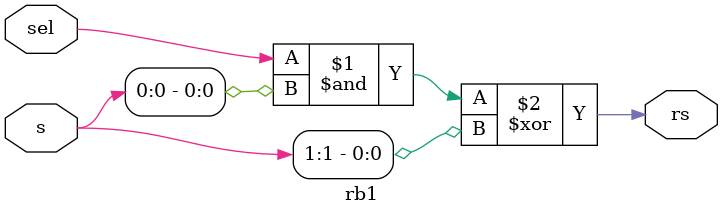
<source format=v>


// Unless required by applicable law or agreed to in writing, software
// distributed under the License is distributed on an "AS IS" BASIS,
// WITHOUT WARRANTIES OR CONDITIONS OF ANY KIND, either express or implied.
// See the License for the specific language governing permissions and
// limitations under the License.
//
//-----------------------------------------------------
// Design Name : rb1
// File Name   : rb1.v
// Function    : Add One for Second Bit
// Coder       : Jucemar Monteiro
//-----------------------------------------------------
module  rb1 (sel, s, rs);
	parameter n = 2;
	input  [n-1:0]s;
	input sel;
	output  rs;
	assign rs= (sel & s[0]) ^ s[1];
endmodule 

</source>
